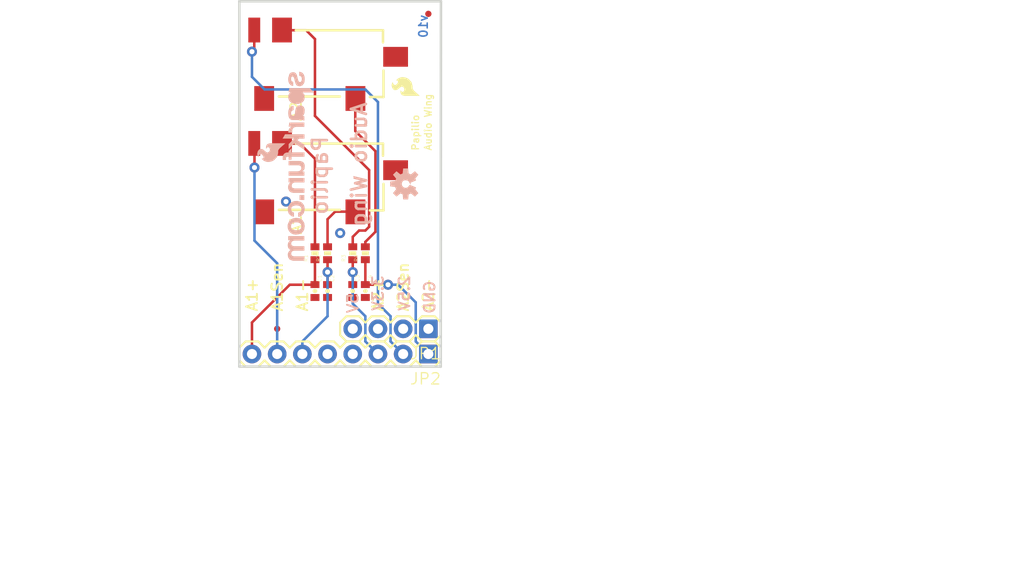
<source format=kicad_pcb>
(kicad_pcb (version 20211014) (generator pcbnew)
  (layers (0 "F.Cu" signal) (31 "B.Cu" signal) (34 "B.Paste" user) (35 "F.Paste" user) (36 "B.SilkS" user "B.Silkscreen") (37 "F.SilkS" user "F.Silkscreen") (38 "B.Mask" user) (39 "F.Mask" user) (44 "Edge.Cuts" user))
  (net 0 "")
  (net 1 "GND")
  (net 2 "3.3V")
  (net 3 "A1+")
  (net 4 "A1SEN")
  (net 5 "A1-")
  (net 6 "A2+")
  (net 7 "A2SEN")
  (net 8 "A2-")
  (net 9 "N$1")
  (net 10 "N$2")
  (net 11 "N$3")
  (net 12 "N$4")
  (footprint "boardEagle:CREATIVE_COMMONS" (layer "F.Cu") (at 134.5311 145.0086)
    (fp_text reference "FRAME2" hide)
    (fp_text value "FRAME-LETTER" hide)
  )
  (footprint "boardEagle:0402-CAP" (layer "F.Cu") (at 145.9611 115.7986 -90)
    (fp_text reference "C1" (at -0.889 -0.6985 -90) (layer "F.SilkS") (effects (font (size 0.373888 0.373888) (thickness 0.032512)) (justify left bottom)))
    (fp_text value "4.7nF")
    (fp_line (start 0 -0.0305) (end 0 0.0305) (layer "F.SilkS") (width 0.4064))
    (pad "1" smd rect (at -0.65 0 270) (size 0.7 0.9) (layers "F.Cu" "F.Paste" "F.Mask") (net 3 "A1+"))
    (pad "2" smd rect (at 0.65 0 270) (size 0.7 0.9) (layers "F.Cu" "F.Paste" "F.Mask") (net 1 "GND"))
  )
  (footprint "boardEagle:AUDIO-JACK-3.5MM-SMD" (layer "F.Cu") (at 138.3411 104.3686)
    (fp_text reference "AJ1" hide)
    (fp_text value "AUDIO-JACK2SMD" hide)
    (fp_line (start 3.9878 3.2512) (end 10.1346 3.2512) (layer "F.SilkS") (width 0.254))
    (fp_line (start 14.478 -2.2098) (end 14.478 -3.429) (layer "F.SilkS") (width 0.254))
    (fp_line (start 14.5288 0.635) (end 14.5288 3.302) (layer "F.SilkS") (width 0.254))
    (fp_line (start 14.5288 3.302) (end 13.1572 3.302) (layer "F.SilkS") (width 0.254))
    (fp_line (start 14.478 -3.429) (end 5.6896 -3.429) (layer "F.SilkS") (width 0.254))
    (pad "" np_thru_hole circle (at 3.5 0) (size 2 2) (drill 2) (layers *.Cu *.Mask))
    (pad "" np_thru_hole circle (at 10.5 0) (size 2 2) (drill 2) (layers *.Cu *.Mask))
    (pad "RING" smd rect (at 4.3 -3.45) (size 2 2.5) (layers "F.Cu" "F.Paste" "F.Mask") (net 11 "N$3"))
    (pad "RSH" smd rect (at 1.5 -3.45 180) (size 1.2 2.5) (layers "F.Cu" "F.Paste" "F.Mask") (net 4 "A1SEN"))
    (pad "SLEEVE" smd rect (at 2.5 3.45) (size 2 2.5) (layers "F.Cu" "F.Paste" "F.Mask") (net 1 "GND"))
    (pad "TIP" smd rect (at 11.7 3.45) (size 2 2.5) (layers "F.Cu" "F.Paste" "F.Mask") (net 12 "N$4"))
    (pad "TSH" smd rect (at 15.75 -0.75 90) (size 2 2.5) (layers "F.Cu" "F.Paste" "F.Mask"))
  )
  (footprint "boardEagle:MICRO-FIDUCIAL" (layer "F.Cu") (at 157.3911 87.8586)
    (fp_text reference "JP6" hide)
    (fp_text value "FIDUCIALUFIDUCIAL" hide)
    (pad "1" smd roundrect (at 0 0) (size 0.635 0.635) (layers "F.Cu" "F.Mask") (roundrect_rratio 0.5))
  )
  (footprint "boardEagle:SFE-LOGO-FLAME" (layer "F.Cu") (at 156.5021 96.1136 90)
    (fp_text reference "JP3" hide)
    (fp_text value "LOGO-SFESK" hide)
    (fp_poly (pts (xy 1.126002 -2.808203) (xy 1.215449 -2.785829) (xy 1.228477 -2.780783) (xy 1.240149 -2.774875) (xy 1.25686 -2.766576) (xy 1.275552 -2.759834) (xy 1.371694 -2.7026) (xy 1.3793 -2.7026) (xy 1.3793 -2.6772) (xy 1.306833 -2.6772) (xy 1.208418 -2.657914) (xy 1.074855 -2.495286) (xy 1.079365 -2.436825) (xy 1.12809 -2.341869) (xy 1.204666 -2.265196) (xy 1.294069 -2.200638) (xy 1.369348 -2.168824) (xy 1.450737 -2.171632) (xy 1.458864 -2.174186) (xy 1.466257 -2.177389) (xy 1.530514 -2.236956) (xy 1.5368 -2.259812) (xy 1.5368 -2.377938) (xy 1.763707 -2.148127) (xy 1.868186 -1.856841) (xy 1.871603 -1.856894) (xy 1.87806 -1.650435) (xy 1.848857 -1.45742) (xy 1.785308 -1.272842) (xy 1.6663 -1.061578) (xy 1.6663 -1.080581) (xy 1.378131 -0.80901) (xy 0.982239 -0.6985) (xy 0.753005 -0.6985) (xy 0.716201 -0.692046) (xy 0.681776 -0.679592) (xy 0.496322 -0.541784) (xy -0.0126 0.03091) (xy -0.0126 -1.52077) (xy 0.060004 -1.761967) (xy 0.168295 -1.865489) (xy 0.307122 -1.917522) (xy 0.4039 -1.925089) (xy 0.499384 -1.917623) (xy 0.55991 -1.908099) (xy 0.557788 -1.884433) (xy 0.522216 -1.885242) (xy 0.501784 -1.876141) (xy 0.420519 -1.817154) (xy 0.400722 -1.79067) (xy 0.390395 -1.7285) (xy 0.400905 -1.665229) (xy 0.421405 -1.625174) (xy 0.452343 -1.592685) (xy 0.546535 -1.54355) (xy 0.652229 -1.531742) (xy 0.742768 -1.550084) (xy 0.82422 -1.589656) (xy 0.92203 -1.754659) (xy 0.907706 -1.848844) (xy 0.850914 -1.930401) (xy 0.584707 -2.263237) (xy 0.561667 -2.510855) (xy 0.627495 -2.621556) (xy 0.629042 -2.623103) (xy 0.778901 -2.74712) (xy 1.032676 -2.817064)) (layer "F.SilkS") (width 0) (fill solid))
  )
  (footprint "boardEagle:MICRO-FIDUCIAL" (layer "F.Cu") (at 142.1511 119.6086)
    (fp_text reference "JP5" hide)
    (fp_text value "FIDUCIALUFIDUCIAL" hide)
    (pad "1" smd roundrect (at 0 0) (size 0.635 0.635) (layers "F.Cu" "F.Mask") (roundrect_rratio 0.5))
  )
  (footprint "boardEagle:0402-RES" (layer "F.Cu") (at 145.9611 111.9886 90)
    (fp_text reference "R1" (at -0.889 -0.6985 90) (layer "F.SilkS") (effects (font (size 0.373888 0.373888) (thickness 0.032512)) (justify left bottom)))
    (fp_text value "3.3k")
    (fp_poly (pts (xy -0.2032 0.3556) (xy 0.2032 0.3556) (xy 0.2032 -0.3556) (xy -0.2032 -0.3556)) (layer "F.SilkS") (width 0) (fill solid))
    (pad "1" smd rect (at -0.65 0 90) (size 0.7 0.9) (layers "F.Cu" "F.Paste" "F.Mask") (net 3 "A1+"))
    (pad "2" smd rect (at 0.65 0 90) (size 0.7 0.9) (layers "F.Cu" "F.Paste" "F.Mask") (net 11 "N$3"))
  )
  (footprint "boardEagle:1X08" (layer "F.Cu") (at 157.3911 122.1486 180)
    (fp_text reference "JP2" (at -1.3462 -1.8288 180) (layer "F.SilkS") (effects (font (size 1.143 1.143) (thickness 0.127)) (justify right top)))
    (fp_text value "")
    (fp_line (start 6.985 -1.27) (end 8.255 -1.27) (layer "F.SilkS") (width 0.2032))
    (fp_line (start 3.81 0.635) (end 3.175 1.27) (layer "F.SilkS") (width 0.2032))
    (fp_line (start 19.05 -0.635) (end 19.05 0.635) (layer "F.SilkS") (width 0.2032))
    (fp_line (start 10.795 -1.27) (end 11.43 -0.635) (layer "F.SilkS") (width 0.2032))
    (fp_line (start 8.255 -1.27) (end 8.89 -0.635) (layer "F.SilkS") (width 0.2032))
    (fp_line (start 13.335 1.27) (end 12.065 1.27) (layer "F.SilkS") (width 0.2032))
    (fp_line (start 4.445 1.27) (end 3.81 0.635) (layer "F.SilkS") (width 0.2032))
    (fp_line (start 1.905 1.27) (end 1.27 0.635) (layer "F.SilkS") (width 0.2032))
    (fp_line (start 6.985 -1.27) (end 6.35 -0.635) (layer "F.SilkS") (width 0.2032))
    (fp_line (start -1.27 -0.635) (end -1.27 0.635) (layer "F.SilkS") (width 0.2032))
    (fp_line (start 8.255 1.27) (end 6.985 1.27) (layer "F.SilkS") (width 0.2032))
    (fp_line (start 4.445 -1.27) (end 5.715 -1.27) (layer "F.SilkS") (width 0.2032))
    (fp_line (start 17.145 -1.27) (end 18.415 -1.27) (layer "F.SilkS") (width 0.2032))
    (fp_line (start 1.27 -0.635) (end 1.905 -1.27) (layer "F.SilkS") (width 0.2032))
    (fp_line (start 17.145 -1.27) (end 16.51 -0.635) (layer "F.SilkS") (width 0.2032))
    (fp_line (start 11.43 0.635) (end 10.795 1.27) (layer "F.SilkS") (width 0.2032))
    (fp_line (start 14.605 -1.27) (end 13.97 -0.635) (layer "F.SilkS") (width 0.2032))
    (fp_line (start 3.175 -1.27) (end 3.81 -0.635) (layer "F.SilkS") (width 0.2032))
    (fp_line (start -0.635 -1.27) (end -1.27 -0.635) (layer "F.SilkS") (width 0.2032))
    (fp_line (start 11.43 -0.635) (end 12.065 -1.27) (layer "F.SilkS") (width 0.2032))
    (fp_line (start 19.05 0.635) (end 18.415 1.27) (layer "F.SilkS") (width 0.2032))
    (fp_line (start 1.27 0.635) (end 0.635 1.27) (layer "F.SilkS") (width 0.2032))
    (fp_line (start 15.875 -1.27) (end 16.51 -0.635) (layer "F.SilkS") (width 0.2032))
    (fp_line (start 16.51 0.635) (end 17.145 1.27) (layer "F.SilkS") (width 0.2032))
    (fp_line (start 16.51 0.635) (end 15.875 1.27) (layer "F.SilkS") (width 0.2032))
    (fp_line (start 1.905 -1.27) (end 3.175 -1.27) (layer "F.SilkS") (width 0.2032))
    (fp_line (start 12.065 1.27) (end 11.43 0.635) (layer "F.SilkS") (width 0.2032))
    (fp_line (start 0.635 -1.27) (end 1.27 -0.635) (layer "F.SilkS") (width 0.2032))
    (fp_line (start 15.875 1.27) (end 14.605 1.27) (layer "F.SilkS") (width 0.2032))
    (fp_line (start 10.795 1.27) (end 9.525 1.27) (layer "F.SilkS") (width 0.2032))
    (fp_line (start 3.81 -0.635) (end 4.445 -1.27) (layer "F.SilkS") (width 0.2032))
    (fp_line (start 13.335 -1.27) (end 13.97 -0.635) (layer "F.SilkS") (width 0.2032))
    (fp_line (start 8.89 -0.635) (end 9.525 -1.27) (layer "F.SilkS") (width 0.2032))
    (fp_line (start -1.27 0.635) (end -0.635 1.27) (layer "F.SilkS") (width 0.2032))
    (fp_line (start 5.715 -1.27) (end 6.35 -0.635) (layer "F.SilkS") (width 0.2032))
    (fp_line (start 3.175 1.27) (end 1.905 1.27) (layer "F.SilkS") (width 0.2032))
    (fp_line (start 9.525 -1.27) (end 10.795 -1.27) (layer "F.SilkS") (width 0.2032))
    (fp_line (start 9.525 1.27) (end 8.89 0.635) (layer "F.SilkS") (width 0.2032))
    (fp_line (start 14.605 -1.27) (end 15.875 -1.27) (layer "F.SilkS") (width 0.2032))
    (fp_line (start 8.89 0.635) (end 8.255 1.27) (layer "F.SilkS") (width 0.2032))
    (fp_line (start 13.97 0.635) (end 13.335 1.27) (layer "F.SilkS") (width 0.2032))
    (fp_line (start 6.35 0.635) (end 5.715 1.27) (layer "F.SilkS") (width 0.2032))
    (fp_line (start 13.97 0.635) (end 14.605 1.27) (layer "F.SilkS") (width 0.2032))
    (fp_line (start 6.35 0.635) (end 6.985 1.27) (layer "F.SilkS") (width 0.2032))
    (fp_line (start 5.715 1.27) (end 4.445 1.27) (layer "F.SilkS") (width 0.2032))
    (fp_line (start 18.415 1.27) (end 17.145 1.27) (layer "F.SilkS") (width 0.2032))
    (fp_line (start 12.065 -1.27) (end 13.335 -1.27) (layer "F.SilkS") (width 0.2032))
    (fp_line (start -0.635 -1.27) (end 0.635 -1.27) (layer "F.SilkS") (width 0.2032))
    (fp_line (start 0.635 1.27) (end -0.635 1.27) (layer "F.SilkS") (width 0.2032))
    (fp_line (start 18.415 -1.27) (end 19.05 -0.635) (layer "F.SilkS") (width 0.2032))
    (pad "1" thru_hole rect (at 0 0 270) (size 1.8796 1.8796) (drill 1.016) (layers *.Cu *.Mask) (net 8 "A2-"))
    (pad "2" thru_hole circle (at 2.54 0 270) (size 1.8796 1.8796) (drill 1.016) (layers *.Cu *.Mask) (net 7 "A2SEN"))
    (pad "3" thru_hole circle (at 5.08 0 270) (size 1.8796 1.8796) (drill 1.016) (layers *.Cu *.Mask) (net 6 "A2+"))
    (pad "4" thru_hole circle (at 7.62 0 270) (size 1.8796 1.8796) (drill 1.016) (layers *.Cu *.Mask))
    (pad "5" thru_hole circle (at 10.16 0 270) (size 1.8796 1.8796) (drill 1.016) (layers *.Cu *.Mask))
    (pad "6" thru_hole circle (at 12.7 0 270) (size 1.8796 1.8796) (drill 1.016) (layers *.Cu *.Mask) (net 5 "A1-"))
    (pad "7" thru_hole circle (at 15.24 0 270) (size 1.8796 1.8796) (drill 1.016) (layers *.Cu *.Mask) (net 4 "A1SEN"))
    (pad "8" thru_hole circle (at 17.78 0 270) (size 1.8796 1.8796) (drill 1.016) (layers *.Cu *.Mask) (net 3 "A1+"))
  )
  (footprint "boardEagle:1X04" (layer "F.Cu") (at 157.3911 119.6086 180)
    (fp_text reference "JP1" (at -1.3462 -1.8288 180) (layer "F.SilkS") (effects (font (size 1.143 1.143) (thickness 0.127)) (justify right top)))
    (fp_text value "")
    (fp_line (start 1.27 0.635) (end 0.635 1.27) (layer "F.SilkS") (width 0.2032))
    (fp_line (start 5.715 -1.27) (end 6.35 -0.635) (layer "F.SilkS") (width 0.2032))
    (fp_line (start 8.255 -1.27) (end 8.89 -0.635) (layer "F.SilkS") (width 0.2032))
    (fp_line (start 1.905 -1.27) (end 3.175 -1.27) (layer "F.SilkS") (width 0.2032))
    (fp_line (start 3.175 1.27) (end 1.905 1.27) (layer "F.SilkS") (width 0.2032))
    (fp_line (start -1.27 -0.635) (end -1.27 0.635) (layer "F.SilkS") (width 0.2032))
    (fp_line (start 6.35 0.635) (end 5.715 1.27) (layer "F.SilkS") (width 0.2032))
    (fp_line (start -0.635 -1.27) (end -1.27 -0.635) (layer "F.SilkS") (width 0.2032))
    (fp_line (start 4.445 -1.27) (end 5.715 -1.27) (layer "F.SilkS") (width 0.2032))
    (fp_line (start 1.27 -0.635) (end 1.905 -1.27) (layer "F.SilkS") (width 0.2032))
    (fp_line (start 0.635 1.27) (end -0.635 1.27) (layer "F.SilkS") (width 0.2032))
    (fp_line (start 4.445 1.27) (end 3.81 0.635) (layer "F.SilkS") (width 0.2032))
    (fp_line (start 0.635 -1.27) (end 1.27 -0.635) (layer "F.SilkS") (width 0.2032))
    (fp_line (start 6.985 -1.27) (end 8.255 -1.27) (layer "F.SilkS") (width 0.2032))
    (fp_line (start 3.175 -1.27) (end 3.81 -0.635) (layer "F.SilkS") (width 0.2032))
    (fp_line (start 3.81 0.635) (end 3.175 1.27) (layer "F.SilkS") (width 0.2032))
    (fp_line (start 8.89 0.635) (end 8.255 1.27) (layer "F.SilkS") (width 0.2032))
    (fp_line (start 6.35 0.635) (end 6.985 1.27) (layer "F.SilkS") (width 0.2032))
    (fp_line (start -1.27 0.635) (end -0.635 1.27) (layer "F.SilkS") (width 0.2032))
    (fp_line (start 8.255 1.27) (end 6.985 1.27) (layer "F.SilkS") (width 0.2032))
    (fp_line (start 5.715 1.27) (end 4.445 1.27) (layer "F.SilkS") (width 0.2032))
    (fp_line (start 3.81 -0.635) (end 4.445 -1.27) (layer "F.SilkS") (width 0.2032))
    (fp_line (start -0.635 -1.27) (end 0.635 -1.27) (layer "F.SilkS") (width 0.2032))
    (fp_line (start 1.905 1.27) (end 1.27 0.635) (layer "F.SilkS") (width 0.2032))
    (fp_line (start 6.985 -1.27) (end 6.35 -0.635) (layer "F.SilkS") (width 0.2032))
    (fp_line (start 8.89 -0.635) (end 8.89 0.635) (layer "F.SilkS") (width 0.2032))
    (pad "1" thru_hole rect (at 0 0 270) (size 1.8796 1.8796) (drill 1.016) (layers *.Cu *.Mask) (net 1 "GND"))
    (pad "2" thru_hole circle (at 2.54 0 270) (size 1.8796 1.8796) (drill 1.016) (layers *.Cu *.Mask))
    (pad "3" thru_hole circle (at 5.08 0 270) (size 1.8796 1.8796) (drill 1.016) (layers *.Cu *.Mask) (net 2 "3.3V"))
    (pad "4" thru_hole circle (at 7.62 0 270) (size 1.8796 1.8796) (drill 1.016) (layers *.Cu *.Mask))
  )
  (footprint "boardEagle:0402-CAP" (layer "F.Cu") (at 151.0411 115.7986 -90)
    (fp_text reference "C4" (at -0.889 -0.6985 -90) (layer "F.SilkS") (effects (font (size 0.373888 0.373888) (thickness 0.032512)) (justify left bottom)))
    (fp_text value "4.7nF")
    (fp_line (start 0 -0.0305) (end 0 0.0305) (layer "F.SilkS") (width 0.4064))
    (pad "1" smd rect (at -0.65 0 270) (size 0.7 0.9) (layers "F.Cu" "F.Paste" "F.Mask") (net 8 "A2-"))
    (pad "2" smd rect (at 0.65 0 270) (size 0.7 0.9) (layers "F.Cu" "F.Paste" "F.Mask") (net 1 "GND"))
  )
  (footprint "boardEagle:CREATIVE_COMMONS" (layer "F.Cu") (at 134.5311 134.8486)
    (fp_text reference "FRAME1" hide)
    (fp_text value "FRAME-LETTER" hide)
  )
  (footprint "boardEagle:0402-RES" (layer "F.Cu") (at 151.0411 111.9886 90)
    (fp_text reference "R4" (at -0.889 -0.6985 90) (layer "F.SilkS") (effects (font (size 0.373888 0.373888) (thickness 0.032512)) (justify left bottom)))
    (fp_text value "3.3k")
    (fp_poly (pts (xy -0.2032 0.3556) (xy 0.2032 0.3556) (xy 0.2032 -0.3556) (xy -0.2032 -0.3556)) (layer "F.SilkS") (width 0) (fill solid))
    (pad "1" smd rect (at -0.65 0 90) (size 0.7 0.9) (layers "F.Cu" "F.Paste" "F.Mask") (net 8 "A2-"))
    (pad "2" smd rect (at 0.65 0 90) (size 0.7 0.9) (layers "F.Cu" "F.Paste" "F.Mask") (net 10 "N$2"))
  )
  (footprint "boardEagle:0402-RES" (layer "F.Cu") (at 149.7711 111.9886 90)
    (fp_text reference "R3" (at -0.889 -0.6985 90) (layer "F.SilkS") (effects (font (size 0.373888 0.373888) (thickness 0.032512)) (justify left bottom)))
    (fp_text value "3.3k")
    (fp_poly (pts (xy -0.2032 0.3556) (xy 0.2032 0.3556) (xy 0.2032 -0.3556) (xy -0.2032 -0.3556)) (layer "F.SilkS") (width 0) (fill solid))
    (pad "1" smd rect (at -0.65 0 90) (size 0.7 0.9) (layers "F.Cu" "F.Paste" "F.Mask") (net 6 "A2+"))
    (pad "2" smd rect (at 0.65 0 90) (size 0.7 0.9) (layers "F.Cu" "F.Paste" "F.Mask") (net 9 "N$1"))
  )
  (footprint "boardEagle:0402-RES" (layer "F.Cu") (at 147.2311 111.9886 90)
    (fp_text reference "R2" (at -0.889 -0.6985 90) (layer "F.SilkS") (effects (font (size 0.373888 0.373888) (thickness 0.032512)) (justify left bottom)))
    (fp_text value "3.3k")
    (fp_poly (pts (xy -0.2032 0.3556) (xy 0.2032 0.3556) (xy 0.2032 -0.3556) (xy -0.2032 -0.3556)) (layer "F.SilkS") (width 0) (fill solid))
    (pad "1" smd rect (at -0.65 0 90) (size 0.7 0.9) (layers "F.Cu" "F.Paste" "F.Mask") (net 5 "A1-"))
    (pad "2" smd rect (at 0.65 0 90) (size 0.7 0.9) (layers "F.Cu" "F.Paste" "F.Mask") (net 12 "N$4"))
  )
  (footprint "boardEagle:0402-CAP" (layer "F.Cu") (at 147.2311 115.7986 -90)
    (fp_text reference "C2" (at -0.889 -0.6985 -90) (layer "F.SilkS") (effects (font (size 0.373888 0.373888) (thickness 0.032512)) (justify left bottom)))
    (fp_text value "4.7nF")
    (fp_line (start 0 -0.0305) (end 0 0.0305) (layer "F.SilkS") (width 0.4064))
    (pad "1" smd rect (at -0.65 0 270) (size 0.7 0.9) (layers "F.Cu" "F.Paste" "F.Mask") (net 5 "A1-"))
    (pad "2" smd rect (at 0.65 0 270) (size 0.7 0.9) (layers "F.Cu" "F.Paste" "F.Mask") (net 1 "GND"))
  )
  (footprint "boardEagle:0402-CAP" (layer "F.Cu") (at 149.7711 115.7986 -90)
    (fp_text reference "C3" (at -0.889 -0.6985 -90) (layer "F.SilkS") (effects (font (size 0.373888 0.373888) (thickness 0.032512)) (justify left bottom)))
    (fp_text value "4.7nF")
    (fp_line (start 0 -0.0305) (end 0 0.0305) (layer "F.SilkS") (width 0.4064))
    (pad "1" smd rect (at -0.65 0 270) (size 0.7 0.9) (layers "F.Cu" "F.Paste" "F.Mask") (net 6 "A2+"))
    (pad "2" smd rect (at 0.65 0 270) (size 0.7 0.9) (layers "F.Cu" "F.Paste" "F.Mask") (net 1 "GND"))
  )
  (footprint "boardEagle:AUDIO-JACK-3.5MM-SMD" (layer "F.Cu") (at 138.3411 92.9386)
    (fp_text reference "AJ2" hide)
    (fp_text value "AUDIO-JACK2SMD" hide)
    (fp_line (start 3.9878 3.2512) (end 10.1346 3.2512) (layer "F.SilkS") (width 0.254))
    (fp_line (start 14.5288 0.635) (end 14.5288 3.302) (layer "F.SilkS") (width 0.254))
    (fp_line (start 14.478 -2.2098) (end 14.478 -3.429) (layer "F.SilkS") (width 0.254))
    (fp_line (start 14.5288 3.302) (end 13.1572 3.302) (layer "F.SilkS") (width 0.254))
    (fp_line (start 14.478 -3.429) (end 5.6896 -3.429) (layer "F.SilkS") (width 0.254))
    (pad "" np_thru_hole circle (at 10.5 0) (size 2 2) (drill 2) (layers *.Cu *.Mask))
    (pad "" np_thru_hole circle (at 3.5 0) (size 2 2) (drill 2) (layers *.Cu *.Mask))
    (pad "RING" smd rect (at 4.3 -3.45) (size 2 2.5) (layers "F.Cu" "F.Paste" "F.Mask") (net 9 "N$1"))
    (pad "RSH" smd rect (at 1.5 -3.45 180) (size 1.2 2.5) (layers "F.Cu" "F.Paste" "F.Mask") (net 7 "A2SEN"))
    (pad "SLEEVE" smd rect (at 2.5 3.45) (size 2 2.5) (layers "F.Cu" "F.Paste" "F.Mask") (net 1 "GND"))
    (pad "TIP" smd rect (at 11.7 3.45) (size 2 2.5) (layers "F.Cu" "F.Paste" "F.Mask") (net 10 "N$2"))
    (pad "TSH" smd rect (at 15.75 -0.75 90) (size 2 2.5) (layers "F.Cu" "F.Paste" "F.Mask"))
  )
  (footprint "boardEagle:SFE-NEW-WEBLOGO" (layer "B.Cu") (at 145.8341 93.7006 -90)
    (fp_text reference "JP4" hide)
    (fp_text value "LOGO-SFENEW" hide)
    (fp_line (start 15.5499 2.6137) (end 15.5499 2.2911) (layer "B.SilkS") (width 0.0254))
    (fp_line (start 10.7163 0.9449) (end 10.7163 2.5171) (layer "B.SilkS") (width 0.0254))
    (fp_line (start 12.1818 2.0091) (end 12.1818 0.955) (layer "B.SilkS") (width 0.0254))
    (fp_line (start 12.1818 0.955) (end 11.7729 0.955) (layer "B.SilkS") (width 0.0254))
    (fp_line (start 11.1201 2.5171) (end 11.1201 2.2962) (layer "B.SilkS") (width 0.0254))
    (fp_line (start 15.5702 2.6137) (end 15.5854 2.6137) (layer "B.SilkS") (width 0.0254))
    (fp_line (start 15.5702 2.2962) (end 15.5702 2.6137) (layer "B.SilkS") (width 0.0254))
    (fp_line (start 11.1379 0.9449) (end 10.7163 0.9449) (layer "B.SilkS") (width 0.0254))
    (fp_line (start 10.7163 2.5171) (end 11.1201 2.5171) (layer "B.SilkS") (width 0.0254))
    (fp_line (start 15.5499 2.2911) (end 15.527 2.2911) (layer "B.SilkS") (width 0.0254))
    (fp_line (start 11.1201 2.2962) (end 11.1277 2.2962) (layer "B.SilkS") (width 0.0254))
    (fp_line (start 11.1379 1.8136) (end 11.1379 0.9449) (layer "B.SilkS") (width 0.0254))
    (fp_line (start 11.7729 0.955) (end 11.7729 1.9202) (layer "B.SilkS") (width 0.0254))
    (fp_arc (start 11.7729 1.9202) (mid 11.758038 2.02962) (end 11.7145 2.1311) (layer "B.SilkS") (width 0.0254))
    (fp_arc (start 15.9029 0.9754) (mid 16.153433 1.12491) (end 16.317 1.3665) (layer "B.SilkS") (width 0.0254))
    (fp_arc (start 15.7632 1.2725) (mid 15.846801 1.329279) (end 15.908 1.4097) (layer "B.SilkS") (width 0.0254))
    (fp_arc (start 15.5499 2.6137) (mid 15.331296 2.577713) (end 15.1282 2.4892) (layer "B.SilkS") (width 0.0254))
    (fp_arc (start 11.4198 2.2327) (mid 11.334441 2.214452) (end 11.259799 2.1692) (layer "B.SilkS") (width 0.0254))
    (fp_arc (start 11.1684 2.0396) (mid 11.146105 1.962214) (end 11.1379 1.8821) (layer "B.SilkS") (width 0.0254))
    (fp_arc (start 15.9868 1.7196) (mid 15.980368 1.846143) (end 15.9588 1.971) (layer "B.SilkS") (width 0.0254))
    (fp_arc (start 15.128201 2.4892) (mid 14.882786 2.260687) (end 14.7549 1.9507) (layer "B.SilkS") (width 0.0254))
    (fp_arc (start 11.1455 2.3038) (mid 11.152103 2.311188) (end 11.1582 2.319) (layer "B.SilkS") (width 0.0254))
    (fp_arc (start 15.9588 1.971) (mid 15.910982 2.096372) (end 15.8318 2.2047) (layer "B.SilkS") (width 0.0254))
    (fp_arc (start 15.7277 2.2708) (mid 15.650001 2.290018) (end 15.5702 2.2962) (layer "B.SilkS") (width 0.0254))
    (fp_arc (start 14.8615 1.27) (mid 14.919858 1.189481) (end 14.9911 1.1201) (layer "B.SilkS") (width 0.0254))
    (fp_arc (start 12.1818 2.0091) (mid 12.172765 2.122002) (end 12.1488 2.2327) (layer "B.SilkS") (width 0.0254))
    (fp_arc (start 15.1714 1.6383) (mid 15.194331 1.520588) (end 15.24 1.4097) (layer "B.SilkS") (width 0.0254))
    (fp_arc (start 11.2725 2.446) (mid 11.226399 2.404414) (end 11.1862 2.3571) (layer "B.SilkS") (width 0.0254))
    (fp_arc (start 14.7523 1.5672) (mid 14.792796 1.413418) (end 14.8615 1.27) (layer "B.SilkS") (width 0.0254))
    (fp_arc (start 11.2598 2.1692) (mid 11.206137 2.110016) (end 11.1684 2.0396) (layer "B.SilkS") (width 0.0254))
    (fp_arc (start 12.0345 2.425699) (mid 11.911985 2.51116) (end 11.7678 2.5502) (layer "B.SilkS") (width 0.0254))
    (fp_arc (start 15.428 1.2522) (mid 15.597525 1.230563) (end 15.7632 1.2725) (layer "B.SilkS") (width 0.0254))
    (fp_arc (start 15.908 1.4097) (mid 15.966057 1.559906) (end 15.9868 1.7196) (layer "B.SilkS") (width 0.0254))
    (fp_arc (start 11.7678 2.5502) (mid 11.667584 2.556058) (end 11.5672 2.5552) (layer "B.SilkS") (width 0.0254))
    (fp_arc (start 16.4033 1.808499) (mid 16.333054 2.143404) (end 16.129 2.4181) (layer "B.SilkS") (width 0.0254))
    (fp_arc (start 15.8318 2.2047) (mid 15.783745 2.244042) (end 15.7277 2.2708) (layer "B.SilkS") (width 0.0254))
    (fp_arc (start 11.7145 2.1311) (mid 11.664346 2.1894) (end 11.5976 2.2276) (layer "B.SilkS") (width 0.0254))
    (fp_arc (start 14.9911 1.1201) (mid 15.249615 0.972855) (end 15.5423 0.9195) (layer "B.SilkS") (width 0.0254))
    (fp_arc (start 12.1488 2.232699) (mid 12.104013 2.336521) (end 12.0345 2.4257) (layer "B.SilkS") (width 0.0254))
    (fp_arc (start 15.24 1.4097) (mid 15.31871 1.3127) (end 15.428 1.2522) (layer "B.SilkS") (width 0.0254))
    (fp_arc (start 15.5423 0.9195) (mid 15.724919 0.932492) (end 15.9029 0.9754) (layer "B.SilkS") (width 0.0254))
    (fp_arc (start 11.5976 2.2276) (mid 11.565101 2.235925) (end 11.5316 2.2377) (layer "B.SilkS") (width 0.0254))
    (fp_arc (start 15.809 2.5857) (mid 15.698073 2.606673) (end 15.5854 2.6137) (layer "B.SilkS") (width 0.0254))
    (fp_arc (start 11.1277 2.2962) (mid 11.137379 2.298176) (end 11.1455 2.3038) (layer "B.SilkS") (width 0.0254))
    (fp_arc (start 16.317 1.3665) (mid 16.380488 1.583529) (end 16.4033 1.8085) (layer "B.SilkS") (width 0.0254))
    (fp_arc (start 11.5672 2.5552) (mid 11.411238 2.523841) (end 11.2725 2.446) (layer "B.SilkS") (width 0.0254))
    (fp_arc (start 15.1689 1.8847) (mid 15.165026 1.761448) (end 15.1714 1.6383) (layer "B.SilkS") (width 0.0254))
    (fp_arc (start 11.4198 2.2327) (mid 11.475702 2.235165) (end 11.5316 2.2377) (layer "B.SilkS") (width 0.0254))
    (fp_arc (start 11.1862 2.3571) (mid 11.172158 2.338081) (end 11.1582 2.319) (layer "B.SilkS") (width 0.0254))
    (fp_arc (start 15.2781 2.1692) (mid 15.20247 2.035022) (end 15.168899 1.8847) (layer "B.SilkS") (width 0.0254))
    (fp_arc (start 14.7549 1.9507) (mid 14.737287 1.759061) (end 14.7523 1.5672) (layer "B.SilkS") (width 0.0254))
    (fp_arc (start 16.129 2.4181) (mid 15.978822 2.520652) (end 15.809 2.5857) (layer "B.SilkS") (width 0.0254))
    (fp_arc (start 15.527 2.2911) (mid 15.388433 2.258974) (end 15.278099 2.1692) (layer "B.SilkS") (width 0.0254))
    (fp_arc (start 11.1379 1.8821) (mid 11.137681 1.84785) (end 11.1379 1.8136) (layer "B.SilkS") (width 0.0254))
    (fp_poly (pts (xy 8.809435 3.119895) (xy 8.875117 3.1166) (xy 8.89 3.1166) (xy 8.89 2.7889) (xy 8.869112 2.7889) (xy 8.841108 2.7915) (xy 8.660351 2.7915) (xy 8.587936 2.740064) (xy 8.571192 2.699602) (xy 8.5649 2.653436) (xy 8.5649 2.5273) (xy 8.8621 2.5273) (xy 8.8621 2.2352) (xy 8.5623 2.2352) (xy 8.5623 0.9322) (xy 8.1204 0.9322) (xy 8.1204 2.232779) (xy 7.70383 2.235391) (xy 7.995739 2.5273) (xy 8.1255 2.5273) (xy 8.1255 2.560826) (xy 8.143432 2.77702) (xy 8.219199 2.938937) (xy 8.324367 3.032939) (xy 8.449534 3.095959) (xy 8.586403 3.1242) (xy 8.743112 3.1242)) (layer "B.SilkS") (width 0) (fill solid))
    (fp_poly (pts (xy 12.4257 0.9449) (xy 12.921 0.9449) (xy 12.921 1.43) (xy 12.4257 1.43)) (layer "B.SilkS") (width 0) (fill solid))
    (fp_poly (pts (xy 17.714962 2.583496) (xy 17.714669 2.58013) (xy 17.812284 2.526288) (xy 17.900302 2.442716) (xy 17.956995 2.351455) (xy 17.961394 2.355854) (xy 18.007182 2.404147) (xy 18.086856 2.480888) (xy 18.177617 2.546023) (xy 18.30384 2.60027) (xy 18.440544 2.616304) (xy 18.698981 2.580082) (xy 18.93345 2.426436) (xy 19.05 2.112985) (xy 19.05 0.9398) (xy 18.6004 0.9398) (xy 18.6004 1.979658) (xy 18.558302 2.150487) (xy 18.49797 2.220003) (xy 18.412014 2.255689) (xy 18.322362 2.262413) (xy 18.233537 2.253336) (xy 18.121633 2.190061) (xy 18.068614 2.109201) (xy 18.041426 2.014408) (xy 18.036069 1.960144) (xy 18.034 1.904767) (xy 18.034 0.9398) (xy 17.5768 0.9398) (xy 17.5768 2.006808) (xy 17.507834 2.191589) (xy 17.433119 2.246143) (xy 17.339789 2.26304) (xy 17.298061 2.260863) (xy 17.256145 2.258198) (xy 17.19103 2.2421) (xy 17.135402 2.205103) (xy 17.092564 2.160343) (xy 17.055171 2.112821) (xy 17.0155 1.934108) (xy 17.0155 0.9423) (xy 16.5583 0.9423) (xy 16.5583 2.573) (xy 16.9824 2.573) (xy 16.9824 2.355139) (xy 16.985319 2.355789) (xy 17.015959 2.3959) (xy 17.093229 2.475705) (xy 17.171263 2.538367) (xy 17.262579 2.579887) (xy 17.318155 2.59498) (xy 17.374103 2.605849) (xy 17.443329 2.614463) (xy 17.514022 2.618767)) (layer "B.SilkS") (width 0) (fill solid))
    (fp_poly (pts (xy 6.1316 2.557116) (xy 6.1316 2.1463) (xy 6.115783 2.1463) (xy 6.10653 2.147054) (xy 6.097893 2.149211) (xy 6.068387 2.157247) (xy 6.038922 2.161538) (xy 5.96265 2.16474) (xy 5.887609 2.16159) (xy 5.731931 2.107297) (xy 5.637642 2.018651) (xy 5.577302 1.903423) (xy 5.5499 1.736362) (xy 5.5499 0.9423) (xy 5.107878 0.9423) (xy 5.110519 2.454146) (xy 5.522 2.527255) (xy 5.522 2.234211) (xy 5.526569 2.235704) (xy 5.544428 2.262537) (xy 5.578841 2.314524) (xy 5.613758 2.367854) (xy 5.686736 2.438162) (xy 5.778008 2.498223) (xy 5.979984 2.565515)) (layer "B.SilkS") (width 0) (fill solid))
    (fp_poly (pts (xy 11.770768 2.56283) (xy 12.043428 2.435548) (xy 12.160999 2.237024) (xy 12.1945 2.010032) (xy 12.1945 0.9423) (xy 11.7602 0.9423) (xy 11.7602 1.918474) (xy 11.70302 2.124971) (xy 11.656141 2.179464) (xy 11.593345 2.215403) (xy 11.53092 2.224956) (xy 11.476269 2.222478) (xy 11.422495 2.220106) (xy 11.268 2.158791) (xy 11.18035 2.034508) (xy 11.1506 1.880883) (xy 11.1506 0.9322) (xy 10.7036 0.9322) (xy 10.7036 2.5298) (xy 11.1328 2.5298) (xy 11.1328 2.310454) (xy 11.136857 2.313263) (xy 11.148195 2.326834) (xy 11.161924 2.345602) (xy 11.176241 2.364992) (xy 11.217267 2.413279) (xy 11.265048 2.456381) (xy 11.406772 2.535896) (xy 11.566093 2.567932)) (layer "B.SilkS") (width 0) (fill solid))
    (fp_poly (pts (xy 6.7335 1.97376) (xy 7.284539 2.5248) (xy 7.78835 2.5248) (xy 7.197009 1.946483) (xy 7.869909 0.937183) (xy 7.330929 0.939835) (xy 6.903958 1.643716) (xy 6.7386 1.483032) (xy 6.7386 0.9296) (xy 6.306639 0.9296) (xy 6.2941 0.942139) (xy 6.2941 2.887776) (xy 6.7335 3.138467)) (layer "B.SilkS") (width 0) (fill solid))
    (fp_poly (pts (xy 15.5499 2.609649) (xy 15.5499 2.29782) (xy 15.429469 2.281338) (xy 15.314616 2.217851) (xy 15.23586 2.109416) (xy 15.196312 2.020604) (xy 15.168868 1.873153) (xy 15.163824 1.687316) (xy 15.181322 1.562471) (xy 15.218744 1.447652) (xy 15.272523 1.345) (xy 15.437302 1.244156) (xy 15.6121 1.221967) (xy 15.787119 1.281181) (xy 15.894998 1.379217) (xy 15.949332 1.500229) (xy 15.9868 1.655017) (xy 15.9868 1.797481) (xy 15.961756 1.990339) (xy 15.88736 2.151531) (xy 15.803924 2.232457) (xy 15.708711 2.283762) (xy 15.58997 2.2936) (xy 15.567485 2.2936) (xy 15.57294 2.617878) (xy 15.788992 2.590535) (xy 15.954486 2.53364) (xy 16.155367 2.394616) (xy 16.266844 2.264968) (xy 16.37246 2.027864) (xy 16.400898 1.805948) (xy 16.375193 1.592623) (xy 16.305839 1.343513) (xy 16.222719 1.211114) (xy 16.101494 1.095067) (xy 15.987532 1.014773) (xy 15.799031 0.950211) (xy 15.544583 0.924513) (xy 15.240687 0.965682) (xy 14.951456 1.146439) (xy 14.788469 1.399985) (xy 14.726674 1.793647) (xy 14.809154 2.154405) (xy 15.026083 2.4307) (xy 15.368412 2.600648) (xy 15.51864 2.6187) (xy 15.52691 2.6187)) (layer "B.SilkS") (width 0) (fill solid))
    (fp_poly (pts (xy 14.181776 2.563159) (xy 14.181555 2.560669) (xy 14.327447 2.496725) (xy 14.547848 2.246517) (xy 14.619242 1.9914) (xy 14.1707 1.9914) (xy 14.1707 2.005388) (xy 14.15242 2.10038) (xy 14.100807 2.180729) (xy 14.023181 2.236025) (xy 13.860405 2.2706) (xy 13.694207 2.245798) (xy 13.653262 2.227396) (xy 13.618712 2.198612) (xy 13.531409 2.074936) (xy 13.459735 1.779947) (xy 13.507258 1.471936) (xy 13.55233 1.379537) (xy 13.718934 1.256376) (xy 13.795519 1.238584) (xy 13.875272 1.234455) (xy 13.963395 1.249226) (xy 14.044683 1.286045) (xy 14.088707 1.320383) (xy 14.123821 1.362695) (xy 14.191983 1.5646) (xy 14.6202 1.5646) (xy 14.6202 1.546046) (xy 14.607183 1.4497) (xy 14.551954 1.307962) (xy 14.468685 1.180108) (xy 14.234909 0.989147) (xy 13.88734 0.904104) (xy 13.726062 0.914148) (xy 13.567886 0.942693) (xy 13.423659 0.994928) (xy 13.188191 1.185237) (xy 13.098694 1.32648) (xy 13.017451 1.644495) (xy 13.0251 1.894992) (xy 13.0251 1.896181) (xy 13.064859 2.076939) (xy 13.14486 2.243932) (xy 13.26133 2.388842) (xy 13.574558 2.580191) (xy 13.883988 2.616332)) (layer "B.SilkS") (width 0) (fill solid))
    (fp_poly (pts (xy 8.337002 5.691103) (xy 8.426449 5.668729) (xy 8.439477 5.663683) (xy 8.451149 5.657775) (xy 8.46786 5.649476) (xy 8.486552 5.642734) (xy 8.582694 5.5855) (xy 8.5903 5.5855) (xy 8.5903 5.5601) (xy 8.517833 5.5601) (xy 8.419418 5.540814) (xy 8.285855 5.378186) (xy 8.290365 5.319725) (xy 8.33909 5.224769) (xy 8.415666 5.148096) (xy 8.505069 5.083538) (xy 8.580348 5.051724) (xy 8.661737 5.054532) (xy 8.669864 5.057086) (xy 8.677257 5.060289) (xy 8.741514 5.119856) (xy 8.7478 5.142712) (xy 8.7478 5.260838) (xy 8.974707 5.031027) (xy 9.079186 4.739741) (xy 9.082603 4.739794) (xy 9.08906 4.533335) (xy 9.059857 4.34032) (xy 8.996308 4.155742) (xy 8.8773 3.944478) (xy 8.8773 3.963481) (xy 8.589131 3.69191) (xy 8.193239 3.5814) (xy 7.964005 3.5814) (xy 7.927201 3.574946) (xy 7.892776 3.562492) (xy 7.707322 3.424684) (xy 7.1984 2.85199) (xy 7.1984 4.40367) (xy 7.271004 4.644867) (xy 7.379295 4.748389) (xy 7.518122 4.800422) (xy 7.6149 4.807989) (xy 7.710384 4.800523) (xy 7.77091 4.790999) (xy 7.768788 4.767333) (xy 7.733216 4.768142) (xy 7.712784 4.759041) (xy 7.631519 4.700054) (xy 7.611722 4.67357) (xy 7.601395 4.6114) (xy 7.611905 4.548129) (xy 7.632405 4.508074) (xy 7.663343 4.475585) (xy 7.757535 4.42645) (xy 7.863229 4.414642) (xy 7.953768 4.432984) (xy 8.03522 4.472556) (xy 8.13303 4.637559) (xy 8.118706 4.731744) (xy 8.061914 4.813301) (xy 7.795707 5.146137) (xy 7.772667 5.393755) (xy 7.838495 5.504456) (xy 7.840042 5.506003) (xy 7.989901 5.63002) (xy 8.243676 5.699964)) (layer "B.SilkS") (width 0) (fill solid))
    (fp_poly (pts (xy 0.803285 2.567895) (xy 0.944243 2.553799) (xy 1.081508 2.516334) (xy 1.193542 2.461399) (xy 1.291841 2.383865) (xy 1.357039 2.297824) (xy 1.377068 2.257603) (xy 1.393653 2.216867) (xy 1.417283 2.151914) (xy 1.353784 2.105111) (xy 1.152335 2.254241) (xy 0.736496 2.387002) (xy 0.372563 2.277101) (xy 0.417885 2.019712) (xy 1.241556 1.540676) (xy 1.263422 1.497067) (xy 1.147655 1.152457) (xy 0.724605 1.058492) (xy -0.038666 1.4605) (xy 0.4115 1.4605) (xy 0.4115 1.443466) (xy 0.420402 1.369907) (xy 0.454647 1.305856) (xy 0.524204 1.243359) (xy 0.610838 1.206018) (xy 0.637726 1.200933) (xy 0.665996 1.198897) (xy 0.7328 1.198389) (xy 0.79791 1.198884) (xy 0.968129 1.258019) (xy 1.007666 1.302193) (xy 1.028603 1.358428) (xy 1.025789 1.425439) (xy 0.995864 1.485288) (xy 0.943734 1.527918) (xy 0.715431 1.605731) (xy 0.533161 1.644154) (xy 0.351479 1.692254) (xy 0.230117 1.743632) (xy 0.122357 1.822697) (xy 0.0457 1.960096) (xy 0.0457 1.963141) (xy 0.038572 2.135467) (xy 0.0838 2.300409) (xy 0.0838 2.303445) (xy 0.206233 2.444416) (xy 0.620397 2.567885) (xy 0.71245 2.568634)) (layer "B.SilkS") (width 0) (fill solid))
    (fp_poly (pts (xy 1.201557 2.290098) (xy 1.414074 2.156268) (xy 1.42383 2.065) (xy 1.01008 2.065) (xy 1.00135 2.126336) (xy 0.936084 2.220524) (xy 0.871818 2.257603) (xy 0.798545 2.2758) (xy 0.628591 2.2758) (xy 0.583991 2.267366) (xy 0.541641 2.251683) (xy 0.51157 2.232098) (xy 0.488615 2.205726) (xy 0.469153 2.152745) (xy 0.474605 2.097619) (xy 0.521549 2.031824) (xy 0.664468 1.962838) (xy 0.866638 1.922444) (xy 1.206678 1.822687) (xy 1.354318 1.729494) (xy 1.389578 1.692366) (xy 1.416579 1.648151) (xy 1.460229 1.440208) (xy 1.447804 1.4376) (xy 1.460484 1.436955) (xy 1.457817 1.384541) (xy 1.452657 1.33034) (xy 1.371775 1.140043) (xy 1.14885 0.969822) (xy 1.013381 0.927267) (xy 0.74708 0.904177) (xy 0.617383 0.909691) (xy 0.487493 0.922202) (xy 0.306845 0.984179) (xy 0.185213 1.061804) (xy 0.109225 1.132023) (xy 0.056988 1.2215) (xy 0.013059 1.350644) (xy 0.002577 1.410659) (xy -0.00152 1.469003) (xy 0.738195 1.10308) (xy 1.120535 1.189415) (xy 1.224069 1.497645) (xy 0.809011 1.723764) (xy 0.364394 1.98847) (xy 0.308075 2.310537) (xy 0.741882 2.423672)) (layer "B.SilkS") (width 0) (fill solid))
    (fp_poly (pts (xy 2.834651 2.506079) (xy 2.92707 2.450683) (xy 3.011605 2.383731) (xy 3.1267 2.221709) (xy 3.1267 2.263503) (xy 3.219434 1.972794) (xy 3.236098 1.526727) (xy 3.068933 1.135798) (xy 2.975978 1.041462) (xy 2.864973 0.970996) (xy 2.740356 0.92713) (xy 2.372489 0.922) (xy 2.370226 0.922) (xy 2.254471 0.962806) (xy 2.0828 1.127587) (xy 2.0828 -0.010757) (xy 1.6434 0.385552) (xy 1.6434 2.45912) (xy 2.057593 2.537568) (xy 2.055012 2.330538) (xy 2.068304 2.345345) (xy 2.15812 2.442839) (xy 2.234107 2.497896) (xy 2.368681 2.552194) (xy 2.419192 2.562883) (xy 2.620347 2.565422)) (layer "B.SilkS") (width 0) (fill solid))
    (fp_poly (pts (xy 9.4234 1.520809) (xy 9.472888 1.359974) (xy 9.516069 1.308185) (xy 9.573108 1.271734) (xy 9.714103 1.241374) (xy 9.853529 1.268908) (xy 10.003067 1.442966) (xy 10.033 1.684784) (xy 10.033 2.5273) (xy 10.48 2.5273) (xy 10.48 0.9398) (xy 10.0533 0.9398) (xy 10.0533 1.159713) (xy 9.961626 1.051965) (xy 9.823848 0.946774) (xy 9.797269 0.933513) (xy 9.76873 0.924761) (xy 9.46843 0.899096) (xy 9.311419 0.929258) (xy 9.173895 1.0008) (xy 9.172522 1.0008) (xy 9.155194 1.014756) (xy 9.141833 1.028106) (xy 9.055991 1.150842) (xy 9.0022 1.291099) (xy 8.984 1.439423) (xy 8.984 2.5324) (xy 9.4234 2.5324)) (layer "B.SilkS") (width 0) (fill solid))
    (fp_poly (pts (xy 4.444983 2.544915) (xy 4.588724 2.501712) (xy 4.72259 2.430523) (xy 4.844814 2.271666) (xy 4.859671 2.1819) (xy 4.8616 2.1819) (xy 4.8616 1.6891) (xy 4.864173 1.6891) (xy 4.861603 1.242544) (xy 4.871819 1.108765) (xy 4.906709 0.979276) (xy 4.920484 0.9423) (xy 4.495275 0.9423) (xy 4.477494 0.951279) (xy 4.472002 0.970735) (xy 4.468249 0.985133) (xy 4.446292 1.084946) (xy 4.440321 1.089528) (xy 4.438946 1.088886) (xy 4.309064 0.98859) (xy 4.153188 0.927249) (xy 3.824183 0.906712) (xy 3.683825 0.938256) (xy 3.554173 1.000134) (xy 3.486826 1.05665) (xy 3.437273 1.130532) (xy 3.3807 1.444163) (xy 3.3807 1.446675) (xy 3.401941 1.543624) (xy 3.446308 1.632822) (xy 3.527788 1.722902) (xy 3.632416 1.784766) (xy 3.937258 1.861632) (xy 4.048648 1.873601) (xy 4.159032 1.884616) (xy 4.224808 1.893434) (xy 4.289167 1.907055) (xy 4.336271 1.923637) (xy 4.379043 1.948303) (xy 4.407461 1.974391) (xy 4.413402 1.982997) (xy 4.4171 1.991455) (xy 4.4171 2.14983) (xy 4.358226 2.232254) (xy 4.254396 2.270917) (xy 4.188033 2.274326) (xy 4.120968 2.275774) (xy 4.006679 2.25395) (xy 3.883049 2.131716) (xy 3.8659 2.045941) (xy 3.8659 2.0295) (xy 3.429 2.0295) (xy 3.429 2.040006) (xy 3.418965 2.041638) (xy 3.439259 2.166448) (xy 3.491292 2.283494) (xy 3.571378 2.383462) (xy 3.674008 2.459597) (xy 3.791998 2.513469) (xy 3.916944 2.547448) (xy 4.18103 2.571338)) (layer "B.SilkS") (width 0) (fill solid))
  )
  (footprint "boardEagle:OSHW-LOGO-S" (layer "B.Cu") (at 155.1051 105.0036 -90)
    (fp_text reference "U$1" hide)
    (fp_text value "OSHW-LOGOS" hide)
    (fp_poly (pts (xy 0.301647 1.061351) (xy 0.42347 1.022344) (xy 0.537177 0.963769) (xy 0.92862 1.282946) (xy 1.282946 0.92862) (xy 0.961035 0.533823) (xy 1.057046 0.302084) (xy 1.5638 0.250561) (xy 1.5638 -0.250561) (xy 1.057046 -0.302084) (xy 0.961035 -0.533823) (xy 1.282946 -0.92862) (xy 0.92862 -1.282946) (xy 0.537177 -0.96377) (xy 0.356601 -1.056794) (xy 0.088679 -0.410073) (xy 0.326262 -0.2176) (xy 0.373649 -0.121468) (xy 0.392729 -0.010339) (xy 0.379464 0.101634) (xy 0.334947 0.205229) (xy 0.262842 0.291918) (xy 0.169087 0.354561) (xy 0.061406 0.387999) (xy -0.051342 0.38948) (xy -0.159868 0.358881) (xy -0.255234 0.298724) (xy -0.329589 0.213962) (xy -0.376813 0.111569) (xy -0.392176 0.005767) (xy -0.322923 -0.222565) (xy -0.249312 -0.303773) (xy 0.091677 -0.5081) (xy -0.12929 -0.5081) (xy -0.355332 -1.053732) (xy -0.506597 -0.983577) (xy -0.538922 -0.965192) (xy -0.92862 -1.282946) (xy -1.282946 -0.92862) (xy -0.961035 -0.533823) (xy -1.057046 -0.302084) (xy -1.5638 -0.250561) (xy -1.5638 0.250561) (xy -1.057046 0.302084) (xy -0.961035 0.533823) (xy -1.282946 0.92862) (xy -0.92862 1.282946) (xy -0.533823 0.961035) (xy -0.302084 1.057046) (xy -0.250561 1.5638) (xy 0.250561 1.5638)) (layer "B.SilkS") (width 0) (fill solid))
  )
  (gr_line (start 158.6611 86.5886) (end 138.3411 86.5886) (layer "Edge.Cuts") (width 0.254))
  (gr_line (start 138.3411 123.4186) (end 158.6411 123.4186) (layer "Edge.Cuts") (width 0.254))
  (gr_line (start 138.3411 86.5886) (end 138.3411 123.4186) (layer "Edge.Cuts") (width 0.254))
  (gr_line (start 158.6411 123.4186) (end 158.6611 86.5886) (layer "Edge.Cuts") (width 0.254))
  (gr_text "v10" (at 157.3911 87.8586 -270) (layer "B.Cu") (effects (font (size 0.8636 0.8636) (thickness 0.1524)) (justify left bottom mirror)))
  (gr_text "Papilio" (at 147.3581 100.0506 -270) (layer "B.SilkS") (effects (font (size 1.5113 1.5113) (thickness 0.2667)) (justify left bottom mirror)))
  (gr_text "5V" (at 150.4061 115.9256 -270) (layer "B.SilkS") (effects (font (size 1.0795 1.0795) (thickness 0.1905)) (justify left bottom mirror)))
  (gr_text "3.3V" (at 152.9461 114.1476 -270) (layer "B.SilkS") (effects (font (size 1.0795 1.0795) (thickness 0.1905)) (justify left bottom mirror)))
  (gr_text "2.5V" (at 155.6131 114.1476 -270) (layer "B.SilkS") (effects (font (size 1.0795 1.0795) (thickness 0.1905)) (justify left bottom mirror)))
  (gr_text "Audio Wing" (at 151.2951 96.6216 -270) (layer "B.SilkS") (effects (font (size 1.5113 1.5113) (thickness 0.2667)) (justify left bottom mirror)))
  (gr_text "GND" (at 158.1531 114.6556 -270) (layer "B.SilkS") (effects (font (size 1.0795 1.0795) (thickness 0.1905)) (justify left bottom mirror)))
  (gr_text "Papilio" (at 156.5021 101.7016 90) (layer "F.SilkS") (effects (font (size 0.69088 0.69088) (thickness 0.12192)) (justify left bottom)))
  (gr_text "A1-" (at 145.3261 117.9576 90) (layer "F.SilkS") (effects (font (size 1.0795 1.0795) (thickness 0.1905)) (justify left bottom)))
  (gr_text "A1Sen" (at 142.7861 117.9576 90) (layer "F.SilkS") (effects (font (size 1.0795 1.0795) (thickness 0.1905)) (justify left bottom)))
  (gr_text "Audio Wing" (at 157.7721 101.7016 90) (layer "F.SilkS") (effects (font (size 0.69088 0.69088) (thickness 0.12192)) (justify left bottom)))
  (gr_text "A2-" (at 158.0261 117.9576 90) (layer "F.SilkS") (effects (font (size 1.0795 1.0795) (thickness 0.1905)) (justify left bottom)))
  (gr_text "A1" (at 144.6911 110.2106 90) (layer "F.SilkS") (effects (font (size 1.0795 1.0795) (thickness 0.1905)) (justify left bottom)))
  (gr_text "A2Sen" (at 155.4861 117.9576 90) (layer "F.SilkS") (effects (font (size 1.0795 1.0795) (thickness 0.1905)) (justify left bottom)))
  (gr_text "A2+" (at 152.9461 117.9576 90) (layer "F.SilkS") (effects (font (size 1.0795 1.0795) (thickness 0.1905)) (justify left bottom)))
  (gr_text "A1+" (at 140.2461 117.9576 90) (layer "F.SilkS") (effects (font (size 1.0795 1.0795) (thickness 0.1905)) (justify left bottom)))
  (gr_text "A2" (at 144.6911 98.7806 90) (layer "F.SilkS") (effects (font (size 1.0795 1.0795) (thickness 0.1905)) (justify left bottom)))
  (via (at 143.0401 106.7816) (size 1.016) (drill 0.508) (layers "F.Cu" "B.Cu") (net 1))
  (via (at 148.5011 109.9566) (size 1.016) (drill 0.508) (layers "F.Cu" "B.Cu") (net 1))
  (segment (start 145.9461 115.1636) (end 145.9611 115.1486) (width 0.254) (layer "F.Cu") (net 3))
  (segment (start 139.6111 118.9736) (end 143.4211 115.1636) (width 0.254) (layer "F.Cu") (net 3))
  (segment (start 143.4211 115.1636) (end 145.9461 115.1636) (width 0.254) (layer "F.Cu") (net 3))
  (segment (start 145.9611 112.6386) (end 145.9611 115.1486) (width 0.254) (layer "F.Cu") (net 3))
  (segment (start 139.6111 122.1486) (end 139.6111 118.9736) (width 0.254) (layer "F.Cu") (net 3))
  (segment (start 139.8651 103.3526) (end 139.8651 100.9426) (width 0.254) (layer "F.Cu") (net 4))
  (segment (start 139.8651 100.9426) (end 139.8411 100.9186) (width 0.254) (layer "F.Cu") (net 4))
  (via (at 139.8651 103.3526) (size 1.016) (drill 0.508) (layers "F.Cu" "B.Cu") (net 4))
  (segment (start 139.8651 110.7186) (end 139.8651 103.3526) (width 0.254) (layer "B.Cu") (net 4))
  (segment (start 142.1511 122.1486) (end 142.1511 113.0046) (width 0.254) (layer "B.Cu") (net 4))
  (segment (start 142.1511 113.0046) (end 139.8651 110.7186) (width 0.254) (layer "B.Cu") (net 4))
  (segment (start 147.2311 113.8936) (end 147.2311 112.6386) (width 0.254) (layer "F.Cu") (net 5))
  (segment (start 147.2311 113.8936) (end 147.2311 115.1486) (width 0.254) (layer "F.Cu") (net 5))
  (via (at 147.2311 113.8936) (size 1.016) (drill 0.508) (layers "F.Cu" "B.Cu") (net 5))
  (segment (start 144.6911 120.8786) (end 147.2311 118.3386) (width 0.254) (layer "B.Cu") (net 5))
  (segment (start 144.6911 122.1486) (end 144.6911 120.8786) (width 0.254) (layer "B.Cu") (net 5))
  (segment (start 147.2311 118.3386) (end 147.2311 113.8936) (width 0.254) (layer "B.Cu") (net 5))
  (segment (start 149.7711 113.8936) (end 149.7711 112.6386) (width 0.254) (layer "F.Cu") (net 6))
  (segment (start 149.7711 113.8936) (end 149.7711 115.1486) (width 0.254) (layer "F.Cu") (net 6))
  (via (at 149.7711 113.8936) (size 1.016) (drill 0.508) (layers "F.Cu" "B.Cu") (net 6))
  (segment (start 151.0411 120.8786) (end 151.0411 118.3386) (width 0.254) (layer "B.Cu") (net 6))
  (segment (start 149.7711 117.0686) (end 149.7711 113.8936) (width 0.254) (layer "B.Cu") (net 6))
  (segment (start 152.3111 122.1486) (end 151.0411 120.8786) (width 0.254) (layer "B.Cu") (net 6))
  (segment (start 151.0411 118.3386) (end 149.7711 117.0686) (width 0.254) (layer "B.Cu") (net 6))
  (segment (start 139.6111 91.6686) (end 139.8411 91.4386) (width 0.254) (layer "F.Cu") (net 7))
  (segment (start 139.8411 91.4386) (end 139.8411 89.4886) (width 0.254) (layer "F.Cu") (net 7))
  (via (at 139.6111 91.6686) (size 1.016) (drill 0.508) (layers "F.Cu" "B.Cu") (net 7))
  (segment (start 152.3111 117.0686) (end 152.3111 96.7486) (width 0.254) (layer "B.Cu") (net 7))
  (segment (start 153.5811 118.3386) (end 152.3111 117.0686) (width 0.254) (layer "B.Cu") (net 7))
  (segment (start 140.8811 95.4786) (end 139.6111 94.2086) (width 0.254) (layer "B.Cu") (net 7))
  (segment (start 154.8511 122.1486) (end 153.5811 120.8786) (width 0.254) (layer "B.Cu") (net 7))
  (segment (start 139.6111 94.2086) (end 139.6111 91.6686) (width 0.254) (layer "B.Cu") (net 7))
  (segment (start 151.0411 95.4786) (end 140.8811 95.4786) (width 0.254) (layer "B.Cu") (net 7))
  (segment (start 152.3111 96.7486) (end 151.0411 95.4786) (width 0.254) (layer "B.Cu") (net 7))
  (segment (start 153.5811 120.8786) (end 153.5811 118.3386) (width 0.254) (layer "B.Cu") (net 7))
  (segment (start 151.0411 112.6386) (end 151.0411 115.1486) (width 0.254) (layer "F.Cu") (net 8))
  (segment (start 151.0561 115.1636) (end 151.0411 115.1486) (width 0.254) (layer "F.Cu") (net 8))
  (segment (start 153.3271 115.1636) (end 151.0561 115.1636) (width 0.254) (layer "F.Cu") (net 8))
  (via (at 153.3271 115.1636) (size 1.016) (drill 0.508) (layers "F.Cu" "B.Cu") (net 8))
  (segment (start 157.3911 122.1486) (end 156.1211 120.8786) (width 0.254) (layer "B.Cu") (net 8))
  (segment (start 156.1211 116.9416) (end 154.3431 115.1636) (width 0.254) (layer "B.Cu") (net 8))
  (segment (start 154.3431 115.1636) (end 153.3271 115.1636) (width 0.254) (layer "B.Cu") (net 8))
  (segment (start 156.1211 120.8786) (end 156.1211 116.9416) (width 0.254) (layer "B.Cu") (net 8))
  (segment (start 151.4221 103.6066) (end 145.9611 98.1456) (width 0.254) (layer "F.Cu") (net 9))
  (segment (start 145.0721 89.5096) (end 142.6621 89.5096) (width 0.254) (layer "F.Cu") (net 9))
  (segment (start 151.4221 109.3216) (end 151.4221 103.6066) (width 0.254) (layer "F.Cu") (net 9))
  (segment (start 145.9611 90.3986) (end 145.0721 89.5096) (width 0.254) (layer "F.Cu") (net 9))
  (segment (start 149.7711 111.3386) (end 149.7711 110.3376) (width 0.254) (layer "F.Cu") (net 9))
  (segment (start 149.7711 110.3376) (end 150.4061 109.7026) (width 0.254) (layer "F.Cu") (net 9))
  (segment (start 142.6621 89.5096) (end 142.6411 89.4886) (width 0.254) (layer "F.Cu") (net 9))
  (segment (start 150.4061 109.7026) (end 151.0411 109.7026) (width 0.254) (layer "F.Cu") (net 9))
  (segment (start 145.9611 98.1456) (end 145.9611 90.3986) (width 0.254) (layer "F.Cu") (net 9))
  (segment (start 151.0411 109.7026) (end 151.4221 109.3216) (width 0.254) (layer "F.Cu") (net 9))
  (segment (start 152.0571 101.7016) (end 150.0251 99.6696) (width 0.254) (layer "F.Cu") (net 10))
  (segment (start 151.0411 111.3386) (end 151.0411 110.8456) (width 0.254) (layer "F.Cu") (net 10))
  (segment (start 150.0251 99.6696) (end 150.0251 96.4046) (width 0.254) (layer "F.Cu") (net 10))
  (segment (start 151.0411 110.8456) (end 152.0571 109.8296) (width 0.254) (layer "F.Cu") (net 10))
  (segment (start 152.0571 109.8296) (end 152.0571 101.7016) (width 0.254) (layer "F.Cu") (net 10))
  (segment (start 150.0251 96.4046) (end 150.0411 96.3886) (width 0.254) (layer "F.Cu") (net 10))
  (segment (start 145.9611 111.3386) (end 145.9611 102.4636) (width 0.254) (layer "F.Cu") (net 11))
  (segment (start 142.6621 100.9396) (end 142.6411 100.9186) (width 0.254) (layer "F.Cu") (net 11))
  (segment (start 144.4371 100.9396) (end 142.6621 100.9396) (width 0.254) (layer "F.Cu") (net 11))
  (segment (start 145.9611 102.4636) (end 144.4371 100.9396) (width 0.254) (layer "F.Cu") (net 11))
  (segment (start 147.9931 107.7976) (end 150.0201 107.7976) (width 0.254) (layer "F.Cu") (net 12))
  (segment (start 147.2311 111.3386) (end 147.2311 108.5596) (width 0.254) (layer "F.Cu") (net 12))
  (segment (start 150.0201 107.7976) (end 150.0411 107.8186) (width 0.254) (layer "F.Cu") (net 12))
  (segment (start 147.2311 108.5596) (end 147.9931 107.7976) (width 0.254) (layer "F.Cu") (net 12))
)
</source>
